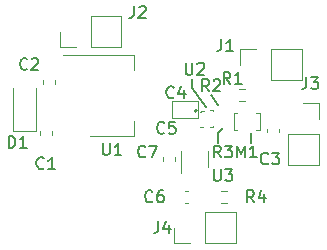
<source format=gbr>
%TF.GenerationSoftware,KiCad,Pcbnew,(6.0.2)*%
%TF.CreationDate,2022-05-16T05:59:00+03:00*%
%TF.ProjectId,FLIM_laser,464c494d-5f6c-4617-9365-722e6b696361,rev?*%
%TF.SameCoordinates,Original*%
%TF.FileFunction,Legend,Top*%
%TF.FilePolarity,Positive*%
%FSLAX46Y46*%
G04 Gerber Fmt 4.6, Leading zero omitted, Abs format (unit mm)*
G04 Created by KiCad (PCBNEW (6.0.2)) date 2022-05-16 05:59:00*
%MOMM*%
%LPD*%
G01*
G04 APERTURE LIST*
%ADD10C,0.150000*%
%ADD11C,0.120000*%
%ADD12C,0.200000*%
G04 APERTURE END LIST*
D10*
X162800000Y-47400000D02*
X164000000Y-49000000D01*
X165000000Y-52000000D02*
X165000000Y-51200000D01*
X165000000Y-51200000D02*
X165400000Y-50800000D01*
X167800000Y-52000000D02*
X167800000Y-51200000D01*
X164400000Y-48000000D02*
X165000000Y-48800000D01*
X162800000Y-46600000D02*
X162800000Y-47400000D01*
%TO.C,J4*%
X159936666Y-58652380D02*
X159936666Y-59366666D01*
X159889047Y-59509523D01*
X159793809Y-59604761D01*
X159650952Y-59652380D01*
X159555714Y-59652380D01*
X160841428Y-58985714D02*
X160841428Y-59652380D01*
X160603333Y-58604761D02*
X160365238Y-59319047D01*
X160984285Y-59319047D01*
%TO.C,C6*%
X159433333Y-56957142D02*
X159385714Y-57004761D01*
X159242857Y-57052380D01*
X159147619Y-57052380D01*
X159004761Y-57004761D01*
X158909523Y-56909523D01*
X158861904Y-56814285D01*
X158814285Y-56623809D01*
X158814285Y-56480952D01*
X158861904Y-56290476D01*
X158909523Y-56195238D01*
X159004761Y-56100000D01*
X159147619Y-56052380D01*
X159242857Y-56052380D01*
X159385714Y-56100000D01*
X159433333Y-56147619D01*
X160290476Y-56052380D02*
X160100000Y-56052380D01*
X160004761Y-56100000D01*
X159957142Y-56147619D01*
X159861904Y-56290476D01*
X159814285Y-56480952D01*
X159814285Y-56861904D01*
X159861904Y-56957142D01*
X159909523Y-57004761D01*
X160004761Y-57052380D01*
X160195238Y-57052380D01*
X160290476Y-57004761D01*
X160338095Y-56957142D01*
X160385714Y-56861904D01*
X160385714Y-56623809D01*
X160338095Y-56528571D01*
X160290476Y-56480952D01*
X160195238Y-56433333D01*
X160004761Y-56433333D01*
X159909523Y-56480952D01*
X159861904Y-56528571D01*
X159814285Y-56623809D01*
%TO.C,U1*%
X155238095Y-52052380D02*
X155238095Y-52861904D01*
X155285714Y-52957142D01*
X155333333Y-53004761D01*
X155428571Y-53052380D01*
X155619047Y-53052380D01*
X155714285Y-53004761D01*
X155761904Y-52957142D01*
X155809523Y-52861904D01*
X155809523Y-52052380D01*
X156809523Y-53052380D02*
X156238095Y-53052380D01*
X156523809Y-53052380D02*
X156523809Y-52052380D01*
X156428571Y-52195238D01*
X156333333Y-52290476D01*
X156238095Y-52338095D01*
%TO.C,C4*%
X161233333Y-48157142D02*
X161185714Y-48204761D01*
X161042857Y-48252380D01*
X160947619Y-48252380D01*
X160804761Y-48204761D01*
X160709523Y-48109523D01*
X160661904Y-48014285D01*
X160614285Y-47823809D01*
X160614285Y-47680952D01*
X160661904Y-47490476D01*
X160709523Y-47395238D01*
X160804761Y-47300000D01*
X160947619Y-47252380D01*
X161042857Y-47252380D01*
X161185714Y-47300000D01*
X161233333Y-47347619D01*
X162090476Y-47585714D02*
X162090476Y-48252380D01*
X161852380Y-47204761D02*
X161614285Y-47919047D01*
X162233333Y-47919047D01*
%TO.C,C2*%
X148833333Y-45757142D02*
X148785714Y-45804761D01*
X148642857Y-45852380D01*
X148547619Y-45852380D01*
X148404761Y-45804761D01*
X148309523Y-45709523D01*
X148261904Y-45614285D01*
X148214285Y-45423809D01*
X148214285Y-45280952D01*
X148261904Y-45090476D01*
X148309523Y-44995238D01*
X148404761Y-44900000D01*
X148547619Y-44852380D01*
X148642857Y-44852380D01*
X148785714Y-44900000D01*
X148833333Y-44947619D01*
X149214285Y-44947619D02*
X149261904Y-44900000D01*
X149357142Y-44852380D01*
X149595238Y-44852380D01*
X149690476Y-44900000D01*
X149738095Y-44947619D01*
X149785714Y-45042857D01*
X149785714Y-45138095D01*
X149738095Y-45280952D01*
X149166666Y-45852380D01*
X149785714Y-45852380D01*
%TO.C,J1*%
X165266666Y-43252380D02*
X165266666Y-43966666D01*
X165219047Y-44109523D01*
X165123809Y-44204761D01*
X164980952Y-44252380D01*
X164885714Y-44252380D01*
X166266666Y-44252380D02*
X165695238Y-44252380D01*
X165980952Y-44252380D02*
X165980952Y-43252380D01*
X165885714Y-43395238D01*
X165790476Y-43490476D01*
X165695238Y-43538095D01*
%TO.C,J2*%
X157866666Y-40452380D02*
X157866666Y-41166666D01*
X157819047Y-41309523D01*
X157723809Y-41404761D01*
X157580952Y-41452380D01*
X157485714Y-41452380D01*
X158295238Y-40547619D02*
X158342857Y-40500000D01*
X158438095Y-40452380D01*
X158676190Y-40452380D01*
X158771428Y-40500000D01*
X158819047Y-40547619D01*
X158866666Y-40642857D01*
X158866666Y-40738095D01*
X158819047Y-40880952D01*
X158247619Y-41452380D01*
X158866666Y-41452380D01*
%TO.C,C7*%
X158833333Y-53157142D02*
X158785714Y-53204761D01*
X158642857Y-53252380D01*
X158547619Y-53252380D01*
X158404761Y-53204761D01*
X158309523Y-53109523D01*
X158261904Y-53014285D01*
X158214285Y-52823809D01*
X158214285Y-52680952D01*
X158261904Y-52490476D01*
X158309523Y-52395238D01*
X158404761Y-52300000D01*
X158547619Y-52252380D01*
X158642857Y-52252380D01*
X158785714Y-52300000D01*
X158833333Y-52347619D01*
X159166666Y-52252380D02*
X159833333Y-52252380D01*
X159404761Y-53252380D01*
%TO.C,J3*%
X172466666Y-46452380D02*
X172466666Y-47166666D01*
X172419047Y-47309523D01*
X172323809Y-47404761D01*
X172180952Y-47452380D01*
X172085714Y-47452380D01*
X172847619Y-46452380D02*
X173466666Y-46452380D01*
X173133333Y-46833333D01*
X173276190Y-46833333D01*
X173371428Y-46880952D01*
X173419047Y-46928571D01*
X173466666Y-47023809D01*
X173466666Y-47261904D01*
X173419047Y-47357142D01*
X173371428Y-47404761D01*
X173276190Y-47452380D01*
X172990476Y-47452380D01*
X172895238Y-47404761D01*
X172847619Y-47357142D01*
%TO.C,U3*%
X164638095Y-54252380D02*
X164638095Y-55061904D01*
X164685714Y-55157142D01*
X164733333Y-55204761D01*
X164828571Y-55252380D01*
X165019047Y-55252380D01*
X165114285Y-55204761D01*
X165161904Y-55157142D01*
X165209523Y-55061904D01*
X165209523Y-54252380D01*
X165590476Y-54252380D02*
X166209523Y-54252380D01*
X165876190Y-54633333D01*
X166019047Y-54633333D01*
X166114285Y-54680952D01*
X166161904Y-54728571D01*
X166209523Y-54823809D01*
X166209523Y-55061904D01*
X166161904Y-55157142D01*
X166114285Y-55204761D01*
X166019047Y-55252380D01*
X165733333Y-55252380D01*
X165638095Y-55204761D01*
X165590476Y-55157142D01*
%TO.C,C5*%
X160433333Y-51157142D02*
X160385714Y-51204761D01*
X160242857Y-51252380D01*
X160147619Y-51252380D01*
X160004761Y-51204761D01*
X159909523Y-51109523D01*
X159861904Y-51014285D01*
X159814285Y-50823809D01*
X159814285Y-50680952D01*
X159861904Y-50490476D01*
X159909523Y-50395238D01*
X160004761Y-50300000D01*
X160147619Y-50252380D01*
X160242857Y-50252380D01*
X160385714Y-50300000D01*
X160433333Y-50347619D01*
X161338095Y-50252380D02*
X160861904Y-50252380D01*
X160814285Y-50728571D01*
X160861904Y-50680952D01*
X160957142Y-50633333D01*
X161195238Y-50633333D01*
X161290476Y-50680952D01*
X161338095Y-50728571D01*
X161385714Y-50823809D01*
X161385714Y-51061904D01*
X161338095Y-51157142D01*
X161290476Y-51204761D01*
X161195238Y-51252380D01*
X160957142Y-51252380D01*
X160861904Y-51204761D01*
X160814285Y-51157142D01*
%TO.C,R4*%
X168033333Y-57052380D02*
X167700000Y-56576190D01*
X167461904Y-57052380D02*
X167461904Y-56052380D01*
X167842857Y-56052380D01*
X167938095Y-56100000D01*
X167985714Y-56147619D01*
X168033333Y-56242857D01*
X168033333Y-56385714D01*
X167985714Y-56480952D01*
X167938095Y-56528571D01*
X167842857Y-56576190D01*
X167461904Y-56576190D01*
X168890476Y-56385714D02*
X168890476Y-57052380D01*
X168652380Y-56004761D02*
X168414285Y-56719047D01*
X169033333Y-56719047D01*
%TO.C,C1*%
X150233333Y-54157142D02*
X150185714Y-54204761D01*
X150042857Y-54252380D01*
X149947619Y-54252380D01*
X149804761Y-54204761D01*
X149709523Y-54109523D01*
X149661904Y-54014285D01*
X149614285Y-53823809D01*
X149614285Y-53680952D01*
X149661904Y-53490476D01*
X149709523Y-53395238D01*
X149804761Y-53300000D01*
X149947619Y-53252380D01*
X150042857Y-53252380D01*
X150185714Y-53300000D01*
X150233333Y-53347619D01*
X151185714Y-54252380D02*
X150614285Y-54252380D01*
X150900000Y-54252380D02*
X150900000Y-53252380D01*
X150804761Y-53395238D01*
X150709523Y-53490476D01*
X150614285Y-53538095D01*
%TO.C,U2*%
X162238095Y-45252380D02*
X162238095Y-46061904D01*
X162285714Y-46157142D01*
X162333333Y-46204761D01*
X162428571Y-46252380D01*
X162619047Y-46252380D01*
X162714285Y-46204761D01*
X162761904Y-46157142D01*
X162809523Y-46061904D01*
X162809523Y-45252380D01*
X163238095Y-45347619D02*
X163285714Y-45300000D01*
X163380952Y-45252380D01*
X163619047Y-45252380D01*
X163714285Y-45300000D01*
X163761904Y-45347619D01*
X163809523Y-45442857D01*
X163809523Y-45538095D01*
X163761904Y-45680952D01*
X163190476Y-46252380D01*
X163809523Y-46252380D01*
%TO.C,D1*%
X147261904Y-52452380D02*
X147261904Y-51452380D01*
X147500000Y-51452380D01*
X147642857Y-51500000D01*
X147738095Y-51595238D01*
X147785714Y-51690476D01*
X147833333Y-51880952D01*
X147833333Y-52023809D01*
X147785714Y-52214285D01*
X147738095Y-52309523D01*
X147642857Y-52404761D01*
X147500000Y-52452380D01*
X147261904Y-52452380D01*
X148785714Y-52452380D02*
X148214285Y-52452380D01*
X148500000Y-52452380D02*
X148500000Y-51452380D01*
X148404761Y-51595238D01*
X148309523Y-51690476D01*
X148214285Y-51738095D01*
%TO.C,R2*%
X164233333Y-47652380D02*
X163900000Y-47176190D01*
X163661904Y-47652380D02*
X163661904Y-46652380D01*
X164042857Y-46652380D01*
X164138095Y-46700000D01*
X164185714Y-46747619D01*
X164233333Y-46842857D01*
X164233333Y-46985714D01*
X164185714Y-47080952D01*
X164138095Y-47128571D01*
X164042857Y-47176190D01*
X163661904Y-47176190D01*
X164614285Y-46747619D02*
X164661904Y-46700000D01*
X164757142Y-46652380D01*
X164995238Y-46652380D01*
X165090476Y-46700000D01*
X165138095Y-46747619D01*
X165185714Y-46842857D01*
X165185714Y-46938095D01*
X165138095Y-47080952D01*
X164566666Y-47652380D01*
X165185714Y-47652380D01*
%TO.C,R1*%
X166033333Y-47022380D02*
X165700000Y-46546190D01*
X165461904Y-47022380D02*
X165461904Y-46022380D01*
X165842857Y-46022380D01*
X165938095Y-46070000D01*
X165985714Y-46117619D01*
X166033333Y-46212857D01*
X166033333Y-46355714D01*
X165985714Y-46450952D01*
X165938095Y-46498571D01*
X165842857Y-46546190D01*
X165461904Y-46546190D01*
X166985714Y-47022380D02*
X166414285Y-47022380D01*
X166700000Y-47022380D02*
X166700000Y-46022380D01*
X166604761Y-46165238D01*
X166509523Y-46260476D01*
X166414285Y-46308095D01*
%TO.C,C3*%
X169233333Y-53757142D02*
X169185714Y-53804761D01*
X169042857Y-53852380D01*
X168947619Y-53852380D01*
X168804761Y-53804761D01*
X168709523Y-53709523D01*
X168661904Y-53614285D01*
X168614285Y-53423809D01*
X168614285Y-53280952D01*
X168661904Y-53090476D01*
X168709523Y-52995238D01*
X168804761Y-52900000D01*
X168947619Y-52852380D01*
X169042857Y-52852380D01*
X169185714Y-52900000D01*
X169233333Y-52947619D01*
X169566666Y-52852380D02*
X170185714Y-52852380D01*
X169852380Y-53233333D01*
X169995238Y-53233333D01*
X170090476Y-53280952D01*
X170138095Y-53328571D01*
X170185714Y-53423809D01*
X170185714Y-53661904D01*
X170138095Y-53757142D01*
X170090476Y-53804761D01*
X169995238Y-53852380D01*
X169709523Y-53852380D01*
X169614285Y-53804761D01*
X169566666Y-53757142D01*
%TO.C,R3*%
X165233333Y-53252380D02*
X164900000Y-52776190D01*
X164661904Y-53252380D02*
X164661904Y-52252380D01*
X165042857Y-52252380D01*
X165138095Y-52300000D01*
X165185714Y-52347619D01*
X165233333Y-52442857D01*
X165233333Y-52585714D01*
X165185714Y-52680952D01*
X165138095Y-52728571D01*
X165042857Y-52776190D01*
X164661904Y-52776190D01*
X165566666Y-52252380D02*
X166185714Y-52252380D01*
X165852380Y-52633333D01*
X165995238Y-52633333D01*
X166090476Y-52680952D01*
X166138095Y-52728571D01*
X166185714Y-52823809D01*
X166185714Y-53061904D01*
X166138095Y-53157142D01*
X166090476Y-53204761D01*
X165995238Y-53252380D01*
X165709523Y-53252380D01*
X165614285Y-53204761D01*
X165566666Y-53157142D01*
%TO.C,M1*%
X166590476Y-53252380D02*
X166590476Y-52252380D01*
X166923809Y-52966666D01*
X167257142Y-52252380D01*
X167257142Y-53252380D01*
X168257142Y-53252380D02*
X167685714Y-53252380D01*
X167971428Y-53252380D02*
X167971428Y-52252380D01*
X167876190Y-52395238D01*
X167780952Y-52490476D01*
X167685714Y-52538095D01*
D11*
%TO.C,J4*%
X163870000Y-57870000D02*
X166470000Y-57870000D01*
X162600000Y-60530000D02*
X161270000Y-60530000D01*
X166470000Y-60530000D02*
X166470000Y-57870000D01*
X161270000Y-60530000D02*
X161270000Y-59200000D01*
X163870000Y-60530000D02*
X166470000Y-60530000D01*
X163870000Y-60530000D02*
X163870000Y-57870000D01*
%TO.C,C6*%
X162483767Y-57110000D02*
X162191233Y-57110000D01*
X162483767Y-56090000D02*
X162191233Y-56090000D01*
%TO.C,U1*%
X151900000Y-44590000D02*
X157910000Y-44590000D01*
X157910000Y-51410000D02*
X157910000Y-50150000D01*
X154150000Y-51410000D02*
X157910000Y-51410000D01*
X157910000Y-44590000D02*
X157910000Y-45850000D01*
%TO.C,C4*%
X161100000Y-48500000D02*
X163300000Y-48500000D01*
X163300000Y-48500000D02*
X163300000Y-49900000D01*
X163300000Y-49900000D02*
X161100000Y-49900000D01*
X161100000Y-49900000D02*
X161100000Y-48500000D01*
%TO.C,C2*%
X150140000Y-47008767D02*
X150140000Y-46716233D01*
X151160000Y-47008767D02*
X151160000Y-46716233D01*
%TO.C,J1*%
X169470000Y-46730000D02*
X169470000Y-44070000D01*
X166870000Y-44070000D02*
X168200000Y-44070000D01*
X172070000Y-46730000D02*
X172070000Y-44070000D01*
X169470000Y-44070000D02*
X172070000Y-44070000D01*
X169470000Y-46730000D02*
X172070000Y-46730000D01*
X166870000Y-45400000D02*
X166870000Y-44070000D01*
%TO.C,J2*%
X156795000Y-43930000D02*
X156795000Y-41270000D01*
X151595000Y-43930000D02*
X151595000Y-42600000D01*
X154195000Y-43930000D02*
X154195000Y-41270000D01*
X154195000Y-43930000D02*
X156795000Y-43930000D01*
X154195000Y-41270000D02*
X156795000Y-41270000D01*
X152925000Y-43930000D02*
X151595000Y-43930000D01*
%TO.C,C7*%
X160290000Y-53253733D02*
X160290000Y-53546267D01*
X161310000Y-53253733D02*
X161310000Y-53546267D01*
%TO.C,J3*%
X173530000Y-48670000D02*
X173530000Y-50000000D01*
X170870000Y-51270000D02*
X173530000Y-51270000D01*
X170870000Y-51270000D02*
X170870000Y-53870000D01*
X173530000Y-51270000D02*
X173530000Y-53870000D01*
X172200000Y-48670000D02*
X173530000Y-48670000D01*
X170870000Y-53870000D02*
X173530000Y-53870000D01*
%TO.C,U3*%
X164160000Y-54100000D02*
X164160000Y-52700000D01*
X161840000Y-52700000D02*
X161840000Y-54600000D01*
%TO.C,R4*%
X165767224Y-57122500D02*
X165257776Y-57122500D01*
X165767224Y-56077500D02*
X165257776Y-56077500D01*
%TO.C,C1*%
X150960000Y-51053733D02*
X150960000Y-51346267D01*
X149940000Y-51053733D02*
X149940000Y-51346267D01*
%TO.C,U2*%
X163600000Y-49300000D02*
X163500000Y-49400000D01*
X164520000Y-49280000D02*
X164520000Y-49355000D01*
X164320000Y-49280000D02*
X164520000Y-49280000D01*
X163480000Y-50720000D02*
X163480000Y-50650000D01*
X164320000Y-50720000D02*
X164520000Y-50720000D01*
X164520000Y-49280000D02*
X164520000Y-49355000D01*
X164520000Y-49280000D02*
X164520000Y-49355000D01*
X163800000Y-49300000D02*
X163600000Y-49300000D01*
X163680000Y-50720000D02*
X163480000Y-50720000D01*
X164320000Y-49280000D02*
X164520000Y-49280000D01*
X164520000Y-50720000D02*
X164520000Y-50600000D01*
X164320000Y-49280000D02*
X164520000Y-49280000D01*
D12*
X163200000Y-49300000D02*
G75*
G03*
X163200000Y-49300000I-100000J0D01*
G01*
D11*
%TO.C,D1*%
X147650000Y-51060000D02*
X149550000Y-51060000D01*
X147650000Y-51060000D02*
X147650000Y-47400000D01*
X149550000Y-51060000D02*
X149550000Y-47400000D01*
%TO.C,R1*%
X166745276Y-47477500D02*
X167254724Y-47477500D01*
X166745276Y-48522500D02*
X167254724Y-48522500D01*
%TO.C,C3*%
X170110000Y-50853733D02*
X170110000Y-51146267D01*
X169090000Y-50853733D02*
X169090000Y-51146267D01*
%TO.C,M1*%
X166300000Y-50900000D02*
X166300000Y-49500000D01*
X166600000Y-50900000D02*
X166300000Y-50900000D01*
X168500000Y-50900000D02*
X168500000Y-50800000D01*
X166300000Y-49500000D02*
X166600000Y-49500000D01*
X168200000Y-49500000D02*
X168500000Y-49500000D01*
X168500000Y-50900000D02*
X168200000Y-50900000D01*
X168500000Y-49500000D02*
X168500000Y-50800000D01*
%TD*%
M02*

</source>
